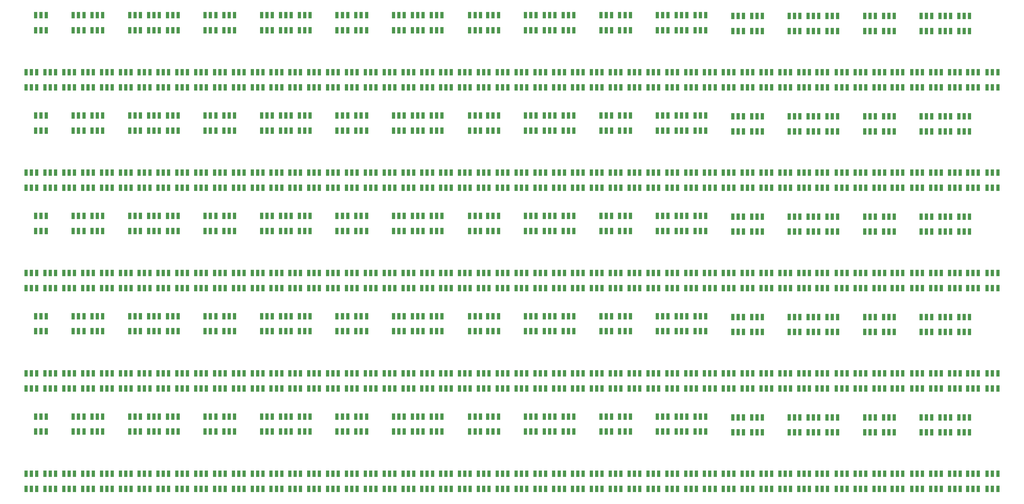
<source format=gbr>
G04 #@! TF.GenerationSoftware,KiCad,Pcbnew,(5.1.5)-3*
G04 #@! TF.CreationDate,2020-04-10T18:57:11+09:00*
G04 #@! TF.ProjectId,APA102_MENZUKE5,41504131-3032-45f4-9d45-4e5a554b4535,rev?*
G04 #@! TF.SameCoordinates,Original*
G04 #@! TF.FileFunction,Paste,Top*
G04 #@! TF.FilePolarity,Positive*
%FSLAX46Y46*%
G04 Gerber Fmt 4.6, Leading zero omitted, Abs format (unit mm)*
G04 Created by KiCad (PCBNEW (5.1.5)-3) date 2020-04-10 18:57:11*
%MOMM*%
%LPD*%
G04 APERTURE LIST*
%ADD10R,1.100000X2.000000*%
G04 APERTURE END LIST*
D10*
X213300000Y-195900000D03*
X215000000Y-195900000D03*
X216700000Y-195900000D03*
X216700000Y-191100000D03*
X215000000Y-191100000D03*
X213300000Y-191100000D03*
X213300000Y-163900000D03*
X215000000Y-163900000D03*
X216700000Y-163900000D03*
X216700000Y-159100000D03*
X215000000Y-159100000D03*
X213300000Y-159100000D03*
X213300000Y-131900000D03*
X215000000Y-131900000D03*
X216700000Y-131900000D03*
X216700000Y-127100000D03*
X215000000Y-127100000D03*
X213300000Y-127100000D03*
X213300000Y-99900000D03*
X215000000Y-99900000D03*
X216700000Y-99900000D03*
X216700000Y-95100000D03*
X215000000Y-95100000D03*
X213300000Y-95100000D03*
X198300000Y-177650000D03*
X200000000Y-177650000D03*
X201700000Y-177650000D03*
X201700000Y-172850000D03*
X200000000Y-172850000D03*
X198300000Y-172850000D03*
X198300000Y-145650000D03*
X200000000Y-145650000D03*
X201700000Y-145650000D03*
X201700000Y-140850000D03*
X200000000Y-140850000D03*
X198300000Y-140850000D03*
X198300000Y-113650000D03*
X200000000Y-113650000D03*
X201700000Y-113650000D03*
X201700000Y-108850000D03*
X200000000Y-108850000D03*
X198300000Y-108850000D03*
X198300000Y-81650000D03*
X200000000Y-81650000D03*
X201700000Y-81650000D03*
X201700000Y-76850000D03*
X200000000Y-76850000D03*
X198300000Y-76850000D03*
X216300000Y-172850000D03*
X218000000Y-172850000D03*
X219700000Y-172850000D03*
X219700000Y-177650000D03*
X218000000Y-177650000D03*
X216300000Y-177650000D03*
X216300000Y-140850000D03*
X218000000Y-140850000D03*
X219700000Y-140850000D03*
X219700000Y-145650000D03*
X218000000Y-145650000D03*
X216300000Y-145650000D03*
X216300000Y-108850000D03*
X218000000Y-108850000D03*
X219700000Y-108850000D03*
X219700000Y-113650000D03*
X218000000Y-113650000D03*
X216300000Y-113650000D03*
X216300000Y-76850000D03*
X218000000Y-76850000D03*
X219700000Y-76850000D03*
X219700000Y-81650000D03*
X218000000Y-81650000D03*
X216300000Y-81650000D03*
X243300000Y-195900000D03*
X245000000Y-195900000D03*
X246700000Y-195900000D03*
X246700000Y-191100000D03*
X245000000Y-191100000D03*
X243300000Y-191100000D03*
X243300000Y-163900000D03*
X245000000Y-163900000D03*
X246700000Y-163900000D03*
X246700000Y-159100000D03*
X245000000Y-159100000D03*
X243300000Y-159100000D03*
X243300000Y-131900000D03*
X245000000Y-131900000D03*
X246700000Y-131900000D03*
X246700000Y-127100000D03*
X245000000Y-127100000D03*
X243300000Y-127100000D03*
X243300000Y-99900000D03*
X245000000Y-99900000D03*
X246700000Y-99900000D03*
X246700000Y-95100000D03*
X245000000Y-95100000D03*
X243300000Y-95100000D03*
X225300000Y-195900000D03*
X227000000Y-195900000D03*
X228700000Y-195900000D03*
X228700000Y-191100000D03*
X227000000Y-191100000D03*
X225300000Y-191100000D03*
X225300000Y-163900000D03*
X227000000Y-163900000D03*
X228700000Y-163900000D03*
X228700000Y-159100000D03*
X227000000Y-159100000D03*
X225300000Y-159100000D03*
X225300000Y-131900000D03*
X227000000Y-131900000D03*
X228700000Y-131900000D03*
X228700000Y-127100000D03*
X227000000Y-127100000D03*
X225300000Y-127100000D03*
X225300000Y-99900000D03*
X227000000Y-99900000D03*
X228700000Y-99900000D03*
X228700000Y-95100000D03*
X227000000Y-95100000D03*
X225300000Y-95100000D03*
X231300000Y-191100000D03*
X233000000Y-191100000D03*
X234700000Y-191100000D03*
X234700000Y-195900000D03*
X233000000Y-195900000D03*
X231300000Y-195900000D03*
X231300000Y-159100000D03*
X233000000Y-159100000D03*
X234700000Y-159100000D03*
X234700000Y-163900000D03*
X233000000Y-163900000D03*
X231300000Y-163900000D03*
X231300000Y-127100000D03*
X233000000Y-127100000D03*
X234700000Y-127100000D03*
X234700000Y-131900000D03*
X233000000Y-131900000D03*
X231300000Y-131900000D03*
X231300000Y-95100000D03*
X233000000Y-95100000D03*
X234700000Y-95100000D03*
X234700000Y-99900000D03*
X233000000Y-99900000D03*
X231300000Y-99900000D03*
X240300000Y-177650000D03*
X242000000Y-177650000D03*
X243700000Y-177650000D03*
X243700000Y-172850000D03*
X242000000Y-172850000D03*
X240300000Y-172850000D03*
X240300000Y-145650000D03*
X242000000Y-145650000D03*
X243700000Y-145650000D03*
X243700000Y-140850000D03*
X242000000Y-140850000D03*
X240300000Y-140850000D03*
X240300000Y-113650000D03*
X242000000Y-113650000D03*
X243700000Y-113650000D03*
X243700000Y-108850000D03*
X242000000Y-108850000D03*
X240300000Y-108850000D03*
X240300000Y-81650000D03*
X242000000Y-81650000D03*
X243700000Y-81650000D03*
X243700000Y-76850000D03*
X242000000Y-76850000D03*
X240300000Y-76850000D03*
X249300000Y-195900000D03*
X251000000Y-195900000D03*
X252700000Y-195900000D03*
X252700000Y-191100000D03*
X251000000Y-191100000D03*
X249300000Y-191100000D03*
X249300000Y-163900000D03*
X251000000Y-163900000D03*
X252700000Y-163900000D03*
X252700000Y-159100000D03*
X251000000Y-159100000D03*
X249300000Y-159100000D03*
X249300000Y-131900000D03*
X251000000Y-131900000D03*
X252700000Y-131900000D03*
X252700000Y-127100000D03*
X251000000Y-127100000D03*
X249300000Y-127100000D03*
X249300000Y-99900000D03*
X251000000Y-99900000D03*
X252700000Y-99900000D03*
X252700000Y-95100000D03*
X251000000Y-95100000D03*
X249300000Y-95100000D03*
X252300000Y-172850000D03*
X254000000Y-172850000D03*
X255700000Y-172850000D03*
X255700000Y-177650000D03*
X254000000Y-177650000D03*
X252300000Y-177650000D03*
X252300000Y-140850000D03*
X254000000Y-140850000D03*
X255700000Y-140850000D03*
X255700000Y-145650000D03*
X254000000Y-145650000D03*
X252300000Y-145650000D03*
X252300000Y-108850000D03*
X254000000Y-108850000D03*
X255700000Y-108850000D03*
X255700000Y-113650000D03*
X254000000Y-113650000D03*
X252300000Y-113650000D03*
X252300000Y-76850000D03*
X254000000Y-76850000D03*
X255700000Y-76850000D03*
X255700000Y-81650000D03*
X254000000Y-81650000D03*
X252300000Y-81650000D03*
X255300000Y-195900000D03*
X257000000Y-195900000D03*
X258700000Y-195900000D03*
X258700000Y-191100000D03*
X257000000Y-191100000D03*
X255300000Y-191100000D03*
X255300000Y-163900000D03*
X257000000Y-163900000D03*
X258700000Y-163900000D03*
X258700000Y-159100000D03*
X257000000Y-159100000D03*
X255300000Y-159100000D03*
X255300000Y-131900000D03*
X257000000Y-131900000D03*
X258700000Y-131900000D03*
X258700000Y-127100000D03*
X257000000Y-127100000D03*
X255300000Y-127100000D03*
X255300000Y-99900000D03*
X257000000Y-99900000D03*
X258700000Y-99900000D03*
X258700000Y-95100000D03*
X257000000Y-95100000D03*
X255300000Y-95100000D03*
X258300000Y-172850000D03*
X260000000Y-172850000D03*
X261700000Y-172850000D03*
X261700000Y-177650000D03*
X260000000Y-177650000D03*
X258300000Y-177650000D03*
X258300000Y-140850000D03*
X260000000Y-140850000D03*
X261700000Y-140850000D03*
X261700000Y-145650000D03*
X260000000Y-145650000D03*
X258300000Y-145650000D03*
X258300000Y-108850000D03*
X260000000Y-108850000D03*
X261700000Y-108850000D03*
X261700000Y-113650000D03*
X260000000Y-113650000D03*
X258300000Y-113650000D03*
X258300000Y-76850000D03*
X260000000Y-76850000D03*
X261700000Y-76850000D03*
X261700000Y-81650000D03*
X260000000Y-81650000D03*
X258300000Y-81650000D03*
X210300000Y-172850000D03*
X212000000Y-172850000D03*
X213700000Y-172850000D03*
X213700000Y-177650000D03*
X212000000Y-177650000D03*
X210300000Y-177650000D03*
X210300000Y-140850000D03*
X212000000Y-140850000D03*
X213700000Y-140850000D03*
X213700000Y-145650000D03*
X212000000Y-145650000D03*
X210300000Y-145650000D03*
X210300000Y-108850000D03*
X212000000Y-108850000D03*
X213700000Y-108850000D03*
X213700000Y-113650000D03*
X212000000Y-113650000D03*
X210300000Y-113650000D03*
X210300000Y-76850000D03*
X212000000Y-76850000D03*
X213700000Y-76850000D03*
X213700000Y-81650000D03*
X212000000Y-81650000D03*
X210300000Y-81650000D03*
X201300000Y-191100000D03*
X203000000Y-191100000D03*
X204700000Y-191100000D03*
X204700000Y-195900000D03*
X203000000Y-195900000D03*
X201300000Y-195900000D03*
X201300000Y-159100000D03*
X203000000Y-159100000D03*
X204700000Y-159100000D03*
X204700000Y-163900000D03*
X203000000Y-163900000D03*
X201300000Y-163900000D03*
X201300000Y-127100000D03*
X203000000Y-127100000D03*
X204700000Y-127100000D03*
X204700000Y-131900000D03*
X203000000Y-131900000D03*
X201300000Y-131900000D03*
X201300000Y-95100000D03*
X203000000Y-95100000D03*
X204700000Y-95100000D03*
X204700000Y-99900000D03*
X203000000Y-99900000D03*
X201300000Y-99900000D03*
X219300000Y-195900000D03*
X221000000Y-195900000D03*
X222700000Y-195900000D03*
X222700000Y-191100000D03*
X221000000Y-191100000D03*
X219300000Y-191100000D03*
X219300000Y-163900000D03*
X221000000Y-163900000D03*
X222700000Y-163900000D03*
X222700000Y-159100000D03*
X221000000Y-159100000D03*
X219300000Y-159100000D03*
X219300000Y-131900000D03*
X221000000Y-131900000D03*
X222700000Y-131900000D03*
X222700000Y-127100000D03*
X221000000Y-127100000D03*
X219300000Y-127100000D03*
X219300000Y-99900000D03*
X221000000Y-99900000D03*
X222700000Y-99900000D03*
X222700000Y-95100000D03*
X221000000Y-95100000D03*
X219300000Y-95100000D03*
X222300000Y-172850000D03*
X224000000Y-172850000D03*
X225700000Y-172850000D03*
X225700000Y-177650000D03*
X224000000Y-177650000D03*
X222300000Y-177650000D03*
X222300000Y-140850000D03*
X224000000Y-140850000D03*
X225700000Y-140850000D03*
X225700000Y-145650000D03*
X224000000Y-145650000D03*
X222300000Y-145650000D03*
X222300000Y-108850000D03*
X224000000Y-108850000D03*
X225700000Y-108850000D03*
X225700000Y-113650000D03*
X224000000Y-113650000D03*
X222300000Y-113650000D03*
X222300000Y-76850000D03*
X224000000Y-76850000D03*
X225700000Y-76850000D03*
X225700000Y-81650000D03*
X224000000Y-81650000D03*
X222300000Y-81650000D03*
X234300000Y-177650000D03*
X236000000Y-177650000D03*
X237700000Y-177650000D03*
X237700000Y-172850000D03*
X236000000Y-172850000D03*
X234300000Y-172850000D03*
X234300000Y-145650000D03*
X236000000Y-145650000D03*
X237700000Y-145650000D03*
X237700000Y-140850000D03*
X236000000Y-140850000D03*
X234300000Y-140850000D03*
X234300000Y-113650000D03*
X236000000Y-113650000D03*
X237700000Y-113650000D03*
X237700000Y-108850000D03*
X236000000Y-108850000D03*
X234300000Y-108850000D03*
X234300000Y-81650000D03*
X236000000Y-81650000D03*
X237700000Y-81650000D03*
X237700000Y-76850000D03*
X236000000Y-76850000D03*
X234300000Y-76850000D03*
X237300000Y-191100000D03*
X239000000Y-191100000D03*
X240700000Y-191100000D03*
X240700000Y-195900000D03*
X239000000Y-195900000D03*
X237300000Y-195900000D03*
X237300000Y-159100000D03*
X239000000Y-159100000D03*
X240700000Y-159100000D03*
X240700000Y-163900000D03*
X239000000Y-163900000D03*
X237300000Y-163900000D03*
X237300000Y-127100000D03*
X239000000Y-127100000D03*
X240700000Y-127100000D03*
X240700000Y-131900000D03*
X239000000Y-131900000D03*
X237300000Y-131900000D03*
X237300000Y-95100000D03*
X239000000Y-95100000D03*
X240700000Y-95100000D03*
X240700000Y-99900000D03*
X239000000Y-99900000D03*
X237300000Y-99900000D03*
X207300000Y-191100000D03*
X209000000Y-191100000D03*
X210700000Y-191100000D03*
X210700000Y-195900000D03*
X209000000Y-195900000D03*
X207300000Y-195900000D03*
X207300000Y-159100000D03*
X209000000Y-159100000D03*
X210700000Y-159100000D03*
X210700000Y-163900000D03*
X209000000Y-163900000D03*
X207300000Y-163900000D03*
X207300000Y-127100000D03*
X209000000Y-127100000D03*
X210700000Y-127100000D03*
X210700000Y-131900000D03*
X209000000Y-131900000D03*
X207300000Y-131900000D03*
X207300000Y-95100000D03*
X209000000Y-95100000D03*
X210700000Y-95100000D03*
X210700000Y-99900000D03*
X209000000Y-99900000D03*
X207300000Y-99900000D03*
X51300000Y-191100000D03*
X53000000Y-191100000D03*
X54700000Y-191100000D03*
X54700000Y-195900000D03*
X53000000Y-195900000D03*
X51300000Y-195900000D03*
X51300000Y-159100000D03*
X53000000Y-159100000D03*
X54700000Y-159100000D03*
X54700000Y-163900000D03*
X53000000Y-163900000D03*
X51300000Y-163900000D03*
X51300000Y-127100000D03*
X53000000Y-127100000D03*
X54700000Y-127100000D03*
X54700000Y-131900000D03*
X53000000Y-131900000D03*
X51300000Y-131900000D03*
X51300000Y-95100000D03*
X53000000Y-95100000D03*
X54700000Y-95100000D03*
X54700000Y-99900000D03*
X53000000Y-99900000D03*
X51300000Y-99900000D03*
X54300000Y-177650000D03*
X56000000Y-177650000D03*
X57700000Y-177650000D03*
X57700000Y-172850000D03*
X56000000Y-172850000D03*
X54300000Y-172850000D03*
X54300000Y-145650000D03*
X56000000Y-145650000D03*
X57700000Y-145650000D03*
X57700000Y-140850000D03*
X56000000Y-140850000D03*
X54300000Y-140850000D03*
X54300000Y-113650000D03*
X56000000Y-113650000D03*
X57700000Y-113650000D03*
X57700000Y-108850000D03*
X56000000Y-108850000D03*
X54300000Y-108850000D03*
X54300000Y-81650000D03*
X56000000Y-81650000D03*
X57700000Y-81650000D03*
X57700000Y-76850000D03*
X56000000Y-76850000D03*
X54300000Y-76850000D03*
X57300000Y-191100000D03*
X59000000Y-191100000D03*
X60700000Y-191100000D03*
X60700000Y-195900000D03*
X59000000Y-195900000D03*
X57300000Y-195900000D03*
X57300000Y-159100000D03*
X59000000Y-159100000D03*
X60700000Y-159100000D03*
X60700000Y-163900000D03*
X59000000Y-163900000D03*
X57300000Y-163900000D03*
X57300000Y-127100000D03*
X59000000Y-127100000D03*
X60700000Y-127100000D03*
X60700000Y-131900000D03*
X59000000Y-131900000D03*
X57300000Y-131900000D03*
X57300000Y-95100000D03*
X59000000Y-95100000D03*
X60700000Y-95100000D03*
X60700000Y-99900000D03*
X59000000Y-99900000D03*
X57300000Y-99900000D03*
X69300000Y-195900000D03*
X71000000Y-195900000D03*
X72700000Y-195900000D03*
X72700000Y-191100000D03*
X71000000Y-191100000D03*
X69300000Y-191100000D03*
X69300000Y-163900000D03*
X71000000Y-163900000D03*
X72700000Y-163900000D03*
X72700000Y-159100000D03*
X71000000Y-159100000D03*
X69300000Y-159100000D03*
X69300000Y-131900000D03*
X71000000Y-131900000D03*
X72700000Y-131900000D03*
X72700000Y-127100000D03*
X71000000Y-127100000D03*
X69300000Y-127100000D03*
X69300000Y-99900000D03*
X71000000Y-99900000D03*
X72700000Y-99900000D03*
X72700000Y-95100000D03*
X71000000Y-95100000D03*
X69300000Y-95100000D03*
X63300000Y-195900000D03*
X65000000Y-195900000D03*
X66700000Y-195900000D03*
X66700000Y-191100000D03*
X65000000Y-191100000D03*
X63300000Y-191100000D03*
X63300000Y-163900000D03*
X65000000Y-163900000D03*
X66700000Y-163900000D03*
X66700000Y-159100000D03*
X65000000Y-159100000D03*
X63300000Y-159100000D03*
X63300000Y-131900000D03*
X65000000Y-131900000D03*
X66700000Y-131900000D03*
X66700000Y-127100000D03*
X65000000Y-127100000D03*
X63300000Y-127100000D03*
X63300000Y-99900000D03*
X65000000Y-99900000D03*
X66700000Y-99900000D03*
X66700000Y-95100000D03*
X65000000Y-95100000D03*
X63300000Y-95100000D03*
X66300000Y-172850000D03*
X68000000Y-172850000D03*
X69700000Y-172850000D03*
X69700000Y-177650000D03*
X68000000Y-177650000D03*
X66300000Y-177650000D03*
X66300000Y-140850000D03*
X68000000Y-140850000D03*
X69700000Y-140850000D03*
X69700000Y-145650000D03*
X68000000Y-145650000D03*
X66300000Y-145650000D03*
X66300000Y-108850000D03*
X68000000Y-108850000D03*
X69700000Y-108850000D03*
X69700000Y-113650000D03*
X68000000Y-113650000D03*
X66300000Y-113650000D03*
X66300000Y-76850000D03*
X68000000Y-76850000D03*
X69700000Y-76850000D03*
X69700000Y-81650000D03*
X68000000Y-81650000D03*
X66300000Y-81650000D03*
X111300000Y-195900000D03*
X113000000Y-195900000D03*
X114700000Y-195900000D03*
X114700000Y-191100000D03*
X113000000Y-191100000D03*
X111300000Y-191100000D03*
X111300000Y-163900000D03*
X113000000Y-163900000D03*
X114700000Y-163900000D03*
X114700000Y-159100000D03*
X113000000Y-159100000D03*
X111300000Y-159100000D03*
X111300000Y-131900000D03*
X113000000Y-131900000D03*
X114700000Y-131900000D03*
X114700000Y-127100000D03*
X113000000Y-127100000D03*
X111300000Y-127100000D03*
X111300000Y-99900000D03*
X113000000Y-99900000D03*
X114700000Y-99900000D03*
X114700000Y-95100000D03*
X113000000Y-95100000D03*
X111300000Y-95100000D03*
X87300000Y-195900000D03*
X89000000Y-195900000D03*
X90700000Y-195900000D03*
X90700000Y-191100000D03*
X89000000Y-191100000D03*
X87300000Y-191100000D03*
X87300000Y-163900000D03*
X89000000Y-163900000D03*
X90700000Y-163900000D03*
X90700000Y-159100000D03*
X89000000Y-159100000D03*
X87300000Y-159100000D03*
X87300000Y-131900000D03*
X89000000Y-131900000D03*
X90700000Y-131900000D03*
X90700000Y-127100000D03*
X89000000Y-127100000D03*
X87300000Y-127100000D03*
X87300000Y-99900000D03*
X89000000Y-99900000D03*
X90700000Y-99900000D03*
X90700000Y-95100000D03*
X89000000Y-95100000D03*
X87300000Y-95100000D03*
X117300000Y-195900000D03*
X119000000Y-195900000D03*
X120700000Y-195900000D03*
X120700000Y-191100000D03*
X119000000Y-191100000D03*
X117300000Y-191100000D03*
X117300000Y-163900000D03*
X119000000Y-163900000D03*
X120700000Y-163900000D03*
X120700000Y-159100000D03*
X119000000Y-159100000D03*
X117300000Y-159100000D03*
X117300000Y-131900000D03*
X119000000Y-131900000D03*
X120700000Y-131900000D03*
X120700000Y-127100000D03*
X119000000Y-127100000D03*
X117300000Y-127100000D03*
X117300000Y-99900000D03*
X119000000Y-99900000D03*
X120700000Y-99900000D03*
X120700000Y-95100000D03*
X119000000Y-95100000D03*
X117300000Y-95100000D03*
X72300000Y-172850000D03*
X74000000Y-172850000D03*
X75700000Y-172850000D03*
X75700000Y-177650000D03*
X74000000Y-177650000D03*
X72300000Y-177650000D03*
X72300000Y-140850000D03*
X74000000Y-140850000D03*
X75700000Y-140850000D03*
X75700000Y-145650000D03*
X74000000Y-145650000D03*
X72300000Y-145650000D03*
X72300000Y-108850000D03*
X74000000Y-108850000D03*
X75700000Y-108850000D03*
X75700000Y-113650000D03*
X74000000Y-113650000D03*
X72300000Y-113650000D03*
X72300000Y-76850000D03*
X74000000Y-76850000D03*
X75700000Y-76850000D03*
X75700000Y-81650000D03*
X74000000Y-81650000D03*
X72300000Y-81650000D03*
X75300000Y-195900000D03*
X77000000Y-195900000D03*
X78700000Y-195900000D03*
X78700000Y-191100000D03*
X77000000Y-191100000D03*
X75300000Y-191100000D03*
X75300000Y-163900000D03*
X77000000Y-163900000D03*
X78700000Y-163900000D03*
X78700000Y-159100000D03*
X77000000Y-159100000D03*
X75300000Y-159100000D03*
X75300000Y-131900000D03*
X77000000Y-131900000D03*
X78700000Y-131900000D03*
X78700000Y-127100000D03*
X77000000Y-127100000D03*
X75300000Y-127100000D03*
X75300000Y-99900000D03*
X77000000Y-99900000D03*
X78700000Y-99900000D03*
X78700000Y-95100000D03*
X77000000Y-95100000D03*
X75300000Y-95100000D03*
X81300000Y-191100000D03*
X83000000Y-191100000D03*
X84700000Y-191100000D03*
X84700000Y-195900000D03*
X83000000Y-195900000D03*
X81300000Y-195900000D03*
X81300000Y-159100000D03*
X83000000Y-159100000D03*
X84700000Y-159100000D03*
X84700000Y-163900000D03*
X83000000Y-163900000D03*
X81300000Y-163900000D03*
X81300000Y-127100000D03*
X83000000Y-127100000D03*
X84700000Y-127100000D03*
X84700000Y-131900000D03*
X83000000Y-131900000D03*
X81300000Y-131900000D03*
X81300000Y-95100000D03*
X83000000Y-95100000D03*
X84700000Y-95100000D03*
X84700000Y-99900000D03*
X83000000Y-99900000D03*
X81300000Y-99900000D03*
X96300000Y-177650000D03*
X98000000Y-177650000D03*
X99700000Y-177650000D03*
X99700000Y-172850000D03*
X98000000Y-172850000D03*
X96300000Y-172850000D03*
X96300000Y-145650000D03*
X98000000Y-145650000D03*
X99700000Y-145650000D03*
X99700000Y-140850000D03*
X98000000Y-140850000D03*
X96300000Y-140850000D03*
X96300000Y-113650000D03*
X98000000Y-113650000D03*
X99700000Y-113650000D03*
X99700000Y-108850000D03*
X98000000Y-108850000D03*
X96300000Y-108850000D03*
X96300000Y-81650000D03*
X98000000Y-81650000D03*
X99700000Y-81650000D03*
X99700000Y-76850000D03*
X98000000Y-76850000D03*
X96300000Y-76850000D03*
X108300000Y-172850000D03*
X110000000Y-172850000D03*
X111700000Y-172850000D03*
X111700000Y-177650000D03*
X110000000Y-177650000D03*
X108300000Y-177650000D03*
X108300000Y-140850000D03*
X110000000Y-140850000D03*
X111700000Y-140850000D03*
X111700000Y-145650000D03*
X110000000Y-145650000D03*
X108300000Y-145650000D03*
X108300000Y-108850000D03*
X110000000Y-108850000D03*
X111700000Y-108850000D03*
X111700000Y-113650000D03*
X110000000Y-113650000D03*
X108300000Y-113650000D03*
X108300000Y-76850000D03*
X110000000Y-76850000D03*
X111700000Y-76850000D03*
X111700000Y-81650000D03*
X110000000Y-81650000D03*
X108300000Y-81650000D03*
X99300000Y-191100000D03*
X101000000Y-191100000D03*
X102700000Y-191100000D03*
X102700000Y-195900000D03*
X101000000Y-195900000D03*
X99300000Y-195900000D03*
X99300000Y-159100000D03*
X101000000Y-159100000D03*
X102700000Y-159100000D03*
X102700000Y-163900000D03*
X101000000Y-163900000D03*
X99300000Y-163900000D03*
X99300000Y-127100000D03*
X101000000Y-127100000D03*
X102700000Y-127100000D03*
X102700000Y-131900000D03*
X101000000Y-131900000D03*
X99300000Y-131900000D03*
X99300000Y-95100000D03*
X101000000Y-95100000D03*
X102700000Y-95100000D03*
X102700000Y-99900000D03*
X101000000Y-99900000D03*
X99300000Y-99900000D03*
X84300000Y-177650000D03*
X86000000Y-177650000D03*
X87700000Y-177650000D03*
X87700000Y-172850000D03*
X86000000Y-172850000D03*
X84300000Y-172850000D03*
X84300000Y-145650000D03*
X86000000Y-145650000D03*
X87700000Y-145650000D03*
X87700000Y-140850000D03*
X86000000Y-140850000D03*
X84300000Y-140850000D03*
X84300000Y-113650000D03*
X86000000Y-113650000D03*
X87700000Y-113650000D03*
X87700000Y-108850000D03*
X86000000Y-108850000D03*
X84300000Y-108850000D03*
X84300000Y-81650000D03*
X86000000Y-81650000D03*
X87700000Y-81650000D03*
X87700000Y-76850000D03*
X86000000Y-76850000D03*
X84300000Y-76850000D03*
X90300000Y-177650000D03*
X92000000Y-177650000D03*
X93700000Y-177650000D03*
X93700000Y-172850000D03*
X92000000Y-172850000D03*
X90300000Y-172850000D03*
X90300000Y-145650000D03*
X92000000Y-145650000D03*
X93700000Y-145650000D03*
X93700000Y-140850000D03*
X92000000Y-140850000D03*
X90300000Y-140850000D03*
X90300000Y-113650000D03*
X92000000Y-113650000D03*
X93700000Y-113650000D03*
X93700000Y-108850000D03*
X92000000Y-108850000D03*
X90300000Y-108850000D03*
X90300000Y-81650000D03*
X92000000Y-81650000D03*
X93700000Y-81650000D03*
X93700000Y-76850000D03*
X92000000Y-76850000D03*
X90300000Y-76850000D03*
X105300000Y-195900000D03*
X107000000Y-195900000D03*
X108700000Y-195900000D03*
X108700000Y-191100000D03*
X107000000Y-191100000D03*
X105300000Y-191100000D03*
X105300000Y-163900000D03*
X107000000Y-163900000D03*
X108700000Y-163900000D03*
X108700000Y-159100000D03*
X107000000Y-159100000D03*
X105300000Y-159100000D03*
X105300000Y-131900000D03*
X107000000Y-131900000D03*
X108700000Y-131900000D03*
X108700000Y-127100000D03*
X107000000Y-127100000D03*
X105300000Y-127100000D03*
X105300000Y-99900000D03*
X107000000Y-99900000D03*
X108700000Y-99900000D03*
X108700000Y-95100000D03*
X107000000Y-95100000D03*
X105300000Y-95100000D03*
X114300000Y-172850000D03*
X116000000Y-172850000D03*
X117700000Y-172850000D03*
X117700000Y-177650000D03*
X116000000Y-177650000D03*
X114300000Y-177650000D03*
X114300000Y-140850000D03*
X116000000Y-140850000D03*
X117700000Y-140850000D03*
X117700000Y-145650000D03*
X116000000Y-145650000D03*
X114300000Y-145650000D03*
X114300000Y-108850000D03*
X116000000Y-108850000D03*
X117700000Y-108850000D03*
X117700000Y-113650000D03*
X116000000Y-113650000D03*
X114300000Y-113650000D03*
X114300000Y-76850000D03*
X116000000Y-76850000D03*
X117700000Y-76850000D03*
X117700000Y-81650000D03*
X116000000Y-81650000D03*
X114300000Y-81650000D03*
X126300000Y-172850000D03*
X128000000Y-172850000D03*
X129700000Y-172850000D03*
X129700000Y-177650000D03*
X128000000Y-177650000D03*
X126300000Y-177650000D03*
X126300000Y-140850000D03*
X128000000Y-140850000D03*
X129700000Y-140850000D03*
X129700000Y-145650000D03*
X128000000Y-145650000D03*
X126300000Y-145650000D03*
X126300000Y-108850000D03*
X128000000Y-108850000D03*
X129700000Y-108850000D03*
X129700000Y-113650000D03*
X128000000Y-113650000D03*
X126300000Y-113650000D03*
X126300000Y-76850000D03*
X128000000Y-76850000D03*
X129700000Y-76850000D03*
X129700000Y-81650000D03*
X128000000Y-81650000D03*
X126300000Y-81650000D03*
X129300000Y-195900000D03*
X131000000Y-195900000D03*
X132700000Y-195900000D03*
X132700000Y-191100000D03*
X131000000Y-191100000D03*
X129300000Y-191100000D03*
X129300000Y-163900000D03*
X131000000Y-163900000D03*
X132700000Y-163900000D03*
X132700000Y-159100000D03*
X131000000Y-159100000D03*
X129300000Y-159100000D03*
X129300000Y-131900000D03*
X131000000Y-131900000D03*
X132700000Y-131900000D03*
X132700000Y-127100000D03*
X131000000Y-127100000D03*
X129300000Y-127100000D03*
X129300000Y-99900000D03*
X131000000Y-99900000D03*
X132700000Y-99900000D03*
X132700000Y-95100000D03*
X131000000Y-95100000D03*
X129300000Y-95100000D03*
X123300000Y-191100000D03*
X125000000Y-191100000D03*
X126700000Y-191100000D03*
X126700000Y-195900000D03*
X125000000Y-195900000D03*
X123300000Y-195900000D03*
X123300000Y-159100000D03*
X125000000Y-159100000D03*
X126700000Y-159100000D03*
X126700000Y-163900000D03*
X125000000Y-163900000D03*
X123300000Y-163900000D03*
X123300000Y-127100000D03*
X125000000Y-127100000D03*
X126700000Y-127100000D03*
X126700000Y-131900000D03*
X125000000Y-131900000D03*
X123300000Y-131900000D03*
X123300000Y-95100000D03*
X125000000Y-95100000D03*
X126700000Y-95100000D03*
X126700000Y-99900000D03*
X125000000Y-99900000D03*
X123300000Y-99900000D03*
X93300000Y-191100000D03*
X95000000Y-191100000D03*
X96700000Y-191100000D03*
X96700000Y-195900000D03*
X95000000Y-195900000D03*
X93300000Y-195900000D03*
X93300000Y-159100000D03*
X95000000Y-159100000D03*
X96700000Y-159100000D03*
X96700000Y-163900000D03*
X95000000Y-163900000D03*
X93300000Y-163900000D03*
X93300000Y-127100000D03*
X95000000Y-127100000D03*
X96700000Y-127100000D03*
X96700000Y-131900000D03*
X95000000Y-131900000D03*
X93300000Y-131900000D03*
X93300000Y-95100000D03*
X95000000Y-95100000D03*
X96700000Y-95100000D03*
X96700000Y-99900000D03*
X95000000Y-99900000D03*
X93300000Y-99900000D03*
X132300000Y-172850000D03*
X134000000Y-172850000D03*
X135700000Y-172850000D03*
X135700000Y-177650000D03*
X134000000Y-177650000D03*
X132300000Y-177650000D03*
X132300000Y-140850000D03*
X134000000Y-140850000D03*
X135700000Y-140850000D03*
X135700000Y-145650000D03*
X134000000Y-145650000D03*
X132300000Y-145650000D03*
X132300000Y-108850000D03*
X134000000Y-108850000D03*
X135700000Y-108850000D03*
X135700000Y-113650000D03*
X134000000Y-113650000D03*
X132300000Y-113650000D03*
X132300000Y-76850000D03*
X134000000Y-76850000D03*
X135700000Y-76850000D03*
X135700000Y-81650000D03*
X134000000Y-81650000D03*
X132300000Y-81650000D03*
X165300000Y-195900000D03*
X167000000Y-195900000D03*
X168700000Y-195900000D03*
X168700000Y-191100000D03*
X167000000Y-191100000D03*
X165300000Y-191100000D03*
X165300000Y-163900000D03*
X167000000Y-163900000D03*
X168700000Y-163900000D03*
X168700000Y-159100000D03*
X167000000Y-159100000D03*
X165300000Y-159100000D03*
X165300000Y-131900000D03*
X167000000Y-131900000D03*
X168700000Y-131900000D03*
X168700000Y-127100000D03*
X167000000Y-127100000D03*
X165300000Y-127100000D03*
X165300000Y-99900000D03*
X167000000Y-99900000D03*
X168700000Y-99900000D03*
X168700000Y-95100000D03*
X167000000Y-95100000D03*
X165300000Y-95100000D03*
X180300000Y-172850000D03*
X182000000Y-172850000D03*
X183700000Y-172850000D03*
X183700000Y-177650000D03*
X182000000Y-177650000D03*
X180300000Y-177650000D03*
X180300000Y-140850000D03*
X182000000Y-140850000D03*
X183700000Y-140850000D03*
X183700000Y-145650000D03*
X182000000Y-145650000D03*
X180300000Y-145650000D03*
X180300000Y-108850000D03*
X182000000Y-108850000D03*
X183700000Y-108850000D03*
X183700000Y-113650000D03*
X182000000Y-113650000D03*
X180300000Y-113650000D03*
X180300000Y-76850000D03*
X182000000Y-76850000D03*
X183700000Y-76850000D03*
X183700000Y-81650000D03*
X182000000Y-81650000D03*
X180300000Y-81650000D03*
X168300000Y-172850000D03*
X170000000Y-172850000D03*
X171700000Y-172850000D03*
X171700000Y-177650000D03*
X170000000Y-177650000D03*
X168300000Y-177650000D03*
X168300000Y-140850000D03*
X170000000Y-140850000D03*
X171700000Y-140850000D03*
X171700000Y-145650000D03*
X170000000Y-145650000D03*
X168300000Y-145650000D03*
X168300000Y-108850000D03*
X170000000Y-108850000D03*
X171700000Y-108850000D03*
X171700000Y-113650000D03*
X170000000Y-113650000D03*
X168300000Y-113650000D03*
X168300000Y-76850000D03*
X170000000Y-76850000D03*
X171700000Y-76850000D03*
X171700000Y-81650000D03*
X170000000Y-81650000D03*
X168300000Y-81650000D03*
X177300000Y-195900000D03*
X179000000Y-195900000D03*
X180700000Y-195900000D03*
X180700000Y-191100000D03*
X179000000Y-191100000D03*
X177300000Y-191100000D03*
X177300000Y-163900000D03*
X179000000Y-163900000D03*
X180700000Y-163900000D03*
X180700000Y-159100000D03*
X179000000Y-159100000D03*
X177300000Y-159100000D03*
X177300000Y-131900000D03*
X179000000Y-131900000D03*
X180700000Y-131900000D03*
X180700000Y-127100000D03*
X179000000Y-127100000D03*
X177300000Y-127100000D03*
X177300000Y-99900000D03*
X179000000Y-99900000D03*
X180700000Y-99900000D03*
X180700000Y-95100000D03*
X179000000Y-95100000D03*
X177300000Y-95100000D03*
X183300000Y-195900000D03*
X185000000Y-195900000D03*
X186700000Y-195900000D03*
X186700000Y-191100000D03*
X185000000Y-191100000D03*
X183300000Y-191100000D03*
X183300000Y-163900000D03*
X185000000Y-163900000D03*
X186700000Y-163900000D03*
X186700000Y-159100000D03*
X185000000Y-159100000D03*
X183300000Y-159100000D03*
X183300000Y-131900000D03*
X185000000Y-131900000D03*
X186700000Y-131900000D03*
X186700000Y-127100000D03*
X185000000Y-127100000D03*
X183300000Y-127100000D03*
X183300000Y-99900000D03*
X185000000Y-99900000D03*
X186700000Y-99900000D03*
X186700000Y-95100000D03*
X185000000Y-95100000D03*
X183300000Y-95100000D03*
X189300000Y-191100000D03*
X191000000Y-191100000D03*
X192700000Y-191100000D03*
X192700000Y-195900000D03*
X191000000Y-195900000D03*
X189300000Y-195900000D03*
X189300000Y-159100000D03*
X191000000Y-159100000D03*
X192700000Y-159100000D03*
X192700000Y-163900000D03*
X191000000Y-163900000D03*
X189300000Y-163900000D03*
X189300000Y-127100000D03*
X191000000Y-127100000D03*
X192700000Y-127100000D03*
X192700000Y-131900000D03*
X191000000Y-131900000D03*
X189300000Y-131900000D03*
X189300000Y-95100000D03*
X191000000Y-95100000D03*
X192700000Y-95100000D03*
X192700000Y-99900000D03*
X191000000Y-99900000D03*
X189300000Y-99900000D03*
X135300000Y-195900000D03*
X137000000Y-195900000D03*
X138700000Y-195900000D03*
X138700000Y-191100000D03*
X137000000Y-191100000D03*
X135300000Y-191100000D03*
X135300000Y-163900000D03*
X137000000Y-163900000D03*
X138700000Y-163900000D03*
X138700000Y-159100000D03*
X137000000Y-159100000D03*
X135300000Y-159100000D03*
X135300000Y-131900000D03*
X137000000Y-131900000D03*
X138700000Y-131900000D03*
X138700000Y-127100000D03*
X137000000Y-127100000D03*
X135300000Y-127100000D03*
X135300000Y-99900000D03*
X137000000Y-99900000D03*
X138700000Y-99900000D03*
X138700000Y-95100000D03*
X137000000Y-95100000D03*
X135300000Y-95100000D03*
X147300000Y-191100000D03*
X149000000Y-191100000D03*
X150700000Y-191100000D03*
X150700000Y-195900000D03*
X149000000Y-195900000D03*
X147300000Y-195900000D03*
X147300000Y-159100000D03*
X149000000Y-159100000D03*
X150700000Y-159100000D03*
X150700000Y-163900000D03*
X149000000Y-163900000D03*
X147300000Y-163900000D03*
X147300000Y-127100000D03*
X149000000Y-127100000D03*
X150700000Y-127100000D03*
X150700000Y-131900000D03*
X149000000Y-131900000D03*
X147300000Y-131900000D03*
X147300000Y-95100000D03*
X149000000Y-95100000D03*
X150700000Y-95100000D03*
X150700000Y-99900000D03*
X149000000Y-99900000D03*
X147300000Y-99900000D03*
X174300000Y-172850000D03*
X176000000Y-172850000D03*
X177700000Y-172850000D03*
X177700000Y-177650000D03*
X176000000Y-177650000D03*
X174300000Y-177650000D03*
X174300000Y-140850000D03*
X176000000Y-140850000D03*
X177700000Y-140850000D03*
X177700000Y-145650000D03*
X176000000Y-145650000D03*
X174300000Y-145650000D03*
X174300000Y-108850000D03*
X176000000Y-108850000D03*
X177700000Y-108850000D03*
X177700000Y-113650000D03*
X176000000Y-113650000D03*
X174300000Y-113650000D03*
X174300000Y-76850000D03*
X176000000Y-76850000D03*
X177700000Y-76850000D03*
X177700000Y-81650000D03*
X176000000Y-81650000D03*
X174300000Y-81650000D03*
X138300000Y-172850000D03*
X140000000Y-172850000D03*
X141700000Y-172850000D03*
X141700000Y-177650000D03*
X140000000Y-177650000D03*
X138300000Y-177650000D03*
X138300000Y-140850000D03*
X140000000Y-140850000D03*
X141700000Y-140850000D03*
X141700000Y-145650000D03*
X140000000Y-145650000D03*
X138300000Y-145650000D03*
X138300000Y-108850000D03*
X140000000Y-108850000D03*
X141700000Y-108850000D03*
X141700000Y-113650000D03*
X140000000Y-113650000D03*
X138300000Y-113650000D03*
X138300000Y-76850000D03*
X140000000Y-76850000D03*
X141700000Y-76850000D03*
X141700000Y-81650000D03*
X140000000Y-81650000D03*
X138300000Y-81650000D03*
X141300000Y-195900000D03*
X143000000Y-195900000D03*
X144700000Y-195900000D03*
X144700000Y-191100000D03*
X143000000Y-191100000D03*
X141300000Y-191100000D03*
X141300000Y-163900000D03*
X143000000Y-163900000D03*
X144700000Y-163900000D03*
X144700000Y-159100000D03*
X143000000Y-159100000D03*
X141300000Y-159100000D03*
X141300000Y-131900000D03*
X143000000Y-131900000D03*
X144700000Y-131900000D03*
X144700000Y-127100000D03*
X143000000Y-127100000D03*
X141300000Y-127100000D03*
X141300000Y-99900000D03*
X143000000Y-99900000D03*
X144700000Y-99900000D03*
X144700000Y-95100000D03*
X143000000Y-95100000D03*
X141300000Y-95100000D03*
X150300000Y-177650000D03*
X152000000Y-177650000D03*
X153700000Y-177650000D03*
X153700000Y-172850000D03*
X152000000Y-172850000D03*
X150300000Y-172850000D03*
X150300000Y-145650000D03*
X152000000Y-145650000D03*
X153700000Y-145650000D03*
X153700000Y-140850000D03*
X152000000Y-140850000D03*
X150300000Y-140850000D03*
X150300000Y-113650000D03*
X152000000Y-113650000D03*
X153700000Y-113650000D03*
X153700000Y-108850000D03*
X152000000Y-108850000D03*
X150300000Y-108850000D03*
X150300000Y-81650000D03*
X152000000Y-81650000D03*
X153700000Y-81650000D03*
X153700000Y-76850000D03*
X152000000Y-76850000D03*
X150300000Y-76850000D03*
X195300000Y-191100000D03*
X197000000Y-191100000D03*
X198700000Y-191100000D03*
X198700000Y-195900000D03*
X197000000Y-195900000D03*
X195300000Y-195900000D03*
X195300000Y-159100000D03*
X197000000Y-159100000D03*
X198700000Y-159100000D03*
X198700000Y-163900000D03*
X197000000Y-163900000D03*
X195300000Y-163900000D03*
X195300000Y-127100000D03*
X197000000Y-127100000D03*
X198700000Y-127100000D03*
X198700000Y-131900000D03*
X197000000Y-131900000D03*
X195300000Y-131900000D03*
X195300000Y-95100000D03*
X197000000Y-95100000D03*
X198700000Y-95100000D03*
X198700000Y-99900000D03*
X197000000Y-99900000D03*
X195300000Y-99900000D03*
X153300000Y-191100000D03*
X155000000Y-191100000D03*
X156700000Y-191100000D03*
X156700000Y-195900000D03*
X155000000Y-195900000D03*
X153300000Y-195900000D03*
X153300000Y-159100000D03*
X155000000Y-159100000D03*
X156700000Y-159100000D03*
X156700000Y-163900000D03*
X155000000Y-163900000D03*
X153300000Y-163900000D03*
X153300000Y-127100000D03*
X155000000Y-127100000D03*
X156700000Y-127100000D03*
X156700000Y-131900000D03*
X155000000Y-131900000D03*
X153300000Y-131900000D03*
X153300000Y-95100000D03*
X155000000Y-95100000D03*
X156700000Y-95100000D03*
X156700000Y-99900000D03*
X155000000Y-99900000D03*
X153300000Y-99900000D03*
X156300000Y-177650000D03*
X158000000Y-177650000D03*
X159700000Y-177650000D03*
X159700000Y-172850000D03*
X158000000Y-172850000D03*
X156300000Y-172850000D03*
X156300000Y-145650000D03*
X158000000Y-145650000D03*
X159700000Y-145650000D03*
X159700000Y-140850000D03*
X158000000Y-140850000D03*
X156300000Y-140850000D03*
X156300000Y-113650000D03*
X158000000Y-113650000D03*
X159700000Y-113650000D03*
X159700000Y-108850000D03*
X158000000Y-108850000D03*
X156300000Y-108850000D03*
X156300000Y-81650000D03*
X158000000Y-81650000D03*
X159700000Y-81650000D03*
X159700000Y-76850000D03*
X158000000Y-76850000D03*
X156300000Y-76850000D03*
X159300000Y-191100000D03*
X161000000Y-191100000D03*
X162700000Y-191100000D03*
X162700000Y-195900000D03*
X161000000Y-195900000D03*
X159300000Y-195900000D03*
X159300000Y-159100000D03*
X161000000Y-159100000D03*
X162700000Y-159100000D03*
X162700000Y-163900000D03*
X161000000Y-163900000D03*
X159300000Y-163900000D03*
X159300000Y-127100000D03*
X161000000Y-127100000D03*
X162700000Y-127100000D03*
X162700000Y-131900000D03*
X161000000Y-131900000D03*
X159300000Y-131900000D03*
X159300000Y-95100000D03*
X161000000Y-95100000D03*
X162700000Y-95100000D03*
X162700000Y-99900000D03*
X161000000Y-99900000D03*
X159300000Y-99900000D03*
X171300000Y-195900000D03*
X173000000Y-195900000D03*
X174700000Y-195900000D03*
X174700000Y-191100000D03*
X173000000Y-191100000D03*
X171300000Y-191100000D03*
X171300000Y-163900000D03*
X173000000Y-163900000D03*
X174700000Y-163900000D03*
X174700000Y-159100000D03*
X173000000Y-159100000D03*
X171300000Y-159100000D03*
X171300000Y-131900000D03*
X173000000Y-131900000D03*
X174700000Y-131900000D03*
X174700000Y-127100000D03*
X173000000Y-127100000D03*
X171300000Y-127100000D03*
X171300000Y-99900000D03*
X173000000Y-99900000D03*
X174700000Y-99900000D03*
X174700000Y-95100000D03*
X173000000Y-95100000D03*
X171300000Y-95100000D03*
X192550000Y-177650000D03*
X194250000Y-177650000D03*
X195950000Y-177650000D03*
X195950000Y-172850000D03*
X194250000Y-172850000D03*
X192550000Y-172850000D03*
X192550000Y-145650000D03*
X194250000Y-145650000D03*
X195950000Y-145650000D03*
X195950000Y-140850000D03*
X194250000Y-140850000D03*
X192550000Y-140850000D03*
X192550000Y-113650000D03*
X194250000Y-113650000D03*
X195950000Y-113650000D03*
X195950000Y-108850000D03*
X194250000Y-108850000D03*
X192550000Y-108850000D03*
X192550000Y-81650000D03*
X194250000Y-81650000D03*
X195950000Y-81650000D03*
X195950000Y-76850000D03*
X194250000Y-76850000D03*
X192550000Y-76850000D03*
X279300000Y-191100000D03*
X281000000Y-191100000D03*
X282700000Y-191100000D03*
X282700000Y-195900000D03*
X281000000Y-195900000D03*
X279300000Y-195900000D03*
X279300000Y-159100000D03*
X281000000Y-159100000D03*
X282700000Y-159100000D03*
X282700000Y-163900000D03*
X281000000Y-163900000D03*
X279300000Y-163900000D03*
X279300000Y-127100000D03*
X281000000Y-127100000D03*
X282700000Y-127100000D03*
X282700000Y-131900000D03*
X281000000Y-131900000D03*
X279300000Y-131900000D03*
X279300000Y-95100000D03*
X281000000Y-95100000D03*
X282700000Y-95100000D03*
X282700000Y-99900000D03*
X281000000Y-99900000D03*
X279300000Y-99900000D03*
X294300000Y-177900000D03*
X296000000Y-177900000D03*
X297700000Y-177900000D03*
X297700000Y-173100000D03*
X296000000Y-173100000D03*
X294300000Y-173100000D03*
X294300000Y-145900000D03*
X296000000Y-145900000D03*
X297700000Y-145900000D03*
X297700000Y-141100000D03*
X296000000Y-141100000D03*
X294300000Y-141100000D03*
X294300000Y-113900000D03*
X296000000Y-113900000D03*
X297700000Y-113900000D03*
X297700000Y-109100000D03*
X296000000Y-109100000D03*
X294300000Y-109100000D03*
X294300000Y-81900000D03*
X296000000Y-81900000D03*
X297700000Y-81900000D03*
X297700000Y-77100000D03*
X296000000Y-77100000D03*
X294300000Y-77100000D03*
X267300000Y-195900000D03*
X269000000Y-195900000D03*
X270700000Y-195900000D03*
X270700000Y-191100000D03*
X269000000Y-191100000D03*
X267300000Y-191100000D03*
X267300000Y-163900000D03*
X269000000Y-163900000D03*
X270700000Y-163900000D03*
X270700000Y-159100000D03*
X269000000Y-159100000D03*
X267300000Y-159100000D03*
X267300000Y-131900000D03*
X269000000Y-131900000D03*
X270700000Y-131900000D03*
X270700000Y-127100000D03*
X269000000Y-127100000D03*
X267300000Y-127100000D03*
X267300000Y-99900000D03*
X269000000Y-99900000D03*
X270700000Y-99900000D03*
X270700000Y-95100000D03*
X269000000Y-95100000D03*
X267300000Y-95100000D03*
X276300000Y-177900000D03*
X278000000Y-177900000D03*
X279700000Y-177900000D03*
X279700000Y-173100000D03*
X278000000Y-173100000D03*
X276300000Y-173100000D03*
X276300000Y-145900000D03*
X278000000Y-145900000D03*
X279700000Y-145900000D03*
X279700000Y-141100000D03*
X278000000Y-141100000D03*
X276300000Y-141100000D03*
X276300000Y-113900000D03*
X278000000Y-113900000D03*
X279700000Y-113900000D03*
X279700000Y-109100000D03*
X278000000Y-109100000D03*
X276300000Y-109100000D03*
X276300000Y-81900000D03*
X278000000Y-81900000D03*
X279700000Y-81900000D03*
X279700000Y-77100000D03*
X278000000Y-77100000D03*
X276300000Y-77100000D03*
X300300000Y-177900000D03*
X302000000Y-177900000D03*
X303700000Y-177900000D03*
X303700000Y-173100000D03*
X302000000Y-173100000D03*
X300300000Y-173100000D03*
X300300000Y-145900000D03*
X302000000Y-145900000D03*
X303700000Y-145900000D03*
X303700000Y-141100000D03*
X302000000Y-141100000D03*
X300300000Y-141100000D03*
X300300000Y-113900000D03*
X302000000Y-113900000D03*
X303700000Y-113900000D03*
X303700000Y-109100000D03*
X302000000Y-109100000D03*
X300300000Y-109100000D03*
X300300000Y-81900000D03*
X302000000Y-81900000D03*
X303700000Y-81900000D03*
X303700000Y-77100000D03*
X302000000Y-77100000D03*
X300300000Y-77100000D03*
X309300000Y-191100000D03*
X311000000Y-191100000D03*
X312700000Y-191100000D03*
X312700000Y-195900000D03*
X311000000Y-195900000D03*
X309300000Y-195900000D03*
X309300000Y-159100000D03*
X311000000Y-159100000D03*
X312700000Y-159100000D03*
X312700000Y-163900000D03*
X311000000Y-163900000D03*
X309300000Y-163900000D03*
X309300000Y-127100000D03*
X311000000Y-127100000D03*
X312700000Y-127100000D03*
X312700000Y-131900000D03*
X311000000Y-131900000D03*
X309300000Y-131900000D03*
X309300000Y-95100000D03*
X311000000Y-95100000D03*
X312700000Y-95100000D03*
X312700000Y-99900000D03*
X311000000Y-99900000D03*
X309300000Y-99900000D03*
X273300000Y-191100000D03*
X275000000Y-191100000D03*
X276700000Y-191100000D03*
X276700000Y-195900000D03*
X275000000Y-195900000D03*
X273300000Y-195900000D03*
X273300000Y-159100000D03*
X275000000Y-159100000D03*
X276700000Y-159100000D03*
X276700000Y-163900000D03*
X275000000Y-163900000D03*
X273300000Y-163900000D03*
X273300000Y-127100000D03*
X275000000Y-127100000D03*
X276700000Y-127100000D03*
X276700000Y-131900000D03*
X275000000Y-131900000D03*
X273300000Y-131900000D03*
X273300000Y-95100000D03*
X275000000Y-95100000D03*
X276700000Y-95100000D03*
X276700000Y-99900000D03*
X275000000Y-99900000D03*
X273300000Y-99900000D03*
X318300000Y-177900000D03*
X320000000Y-177900000D03*
X321700000Y-177900000D03*
X321700000Y-173100000D03*
X320000000Y-173100000D03*
X318300000Y-173100000D03*
X318300000Y-145900000D03*
X320000000Y-145900000D03*
X321700000Y-145900000D03*
X321700000Y-141100000D03*
X320000000Y-141100000D03*
X318300000Y-141100000D03*
X318300000Y-113900000D03*
X320000000Y-113900000D03*
X321700000Y-113900000D03*
X321700000Y-109100000D03*
X320000000Y-109100000D03*
X318300000Y-109100000D03*
X318300000Y-81900000D03*
X320000000Y-81900000D03*
X321700000Y-81900000D03*
X321700000Y-77100000D03*
X320000000Y-77100000D03*
X318300000Y-77100000D03*
X261300000Y-195900000D03*
X263000000Y-195900000D03*
X264700000Y-195900000D03*
X264700000Y-191100000D03*
X263000000Y-191100000D03*
X261300000Y-191100000D03*
X261300000Y-163900000D03*
X263000000Y-163900000D03*
X264700000Y-163900000D03*
X264700000Y-159100000D03*
X263000000Y-159100000D03*
X261300000Y-159100000D03*
X261300000Y-131900000D03*
X263000000Y-131900000D03*
X264700000Y-131900000D03*
X264700000Y-127100000D03*
X263000000Y-127100000D03*
X261300000Y-127100000D03*
X261300000Y-99900000D03*
X263000000Y-99900000D03*
X264700000Y-99900000D03*
X264700000Y-95100000D03*
X263000000Y-95100000D03*
X261300000Y-95100000D03*
X285300000Y-195900000D03*
X287000000Y-195900000D03*
X288700000Y-195900000D03*
X288700000Y-191100000D03*
X287000000Y-191100000D03*
X285300000Y-191100000D03*
X285300000Y-163900000D03*
X287000000Y-163900000D03*
X288700000Y-163900000D03*
X288700000Y-159100000D03*
X287000000Y-159100000D03*
X285300000Y-159100000D03*
X285300000Y-131900000D03*
X287000000Y-131900000D03*
X288700000Y-131900000D03*
X288700000Y-127100000D03*
X287000000Y-127100000D03*
X285300000Y-127100000D03*
X285300000Y-99900000D03*
X287000000Y-99900000D03*
X288700000Y-99900000D03*
X288700000Y-95100000D03*
X287000000Y-95100000D03*
X285300000Y-95100000D03*
X306300000Y-177900000D03*
X308000000Y-177900000D03*
X309700000Y-177900000D03*
X309700000Y-173100000D03*
X308000000Y-173100000D03*
X306300000Y-173100000D03*
X306300000Y-145900000D03*
X308000000Y-145900000D03*
X309700000Y-145900000D03*
X309700000Y-141100000D03*
X308000000Y-141100000D03*
X306300000Y-141100000D03*
X306300000Y-113900000D03*
X308000000Y-113900000D03*
X309700000Y-113900000D03*
X309700000Y-109100000D03*
X308000000Y-109100000D03*
X306300000Y-109100000D03*
X306300000Y-81900000D03*
X308000000Y-81900000D03*
X309700000Y-81900000D03*
X309700000Y-77100000D03*
X308000000Y-77100000D03*
X306300000Y-77100000D03*
X315300000Y-195900000D03*
X317000000Y-195900000D03*
X318700000Y-195900000D03*
X318700000Y-191100000D03*
X317000000Y-191100000D03*
X315300000Y-191100000D03*
X315300000Y-163900000D03*
X317000000Y-163900000D03*
X318700000Y-163900000D03*
X318700000Y-159100000D03*
X317000000Y-159100000D03*
X315300000Y-159100000D03*
X315300000Y-131900000D03*
X317000000Y-131900000D03*
X318700000Y-131900000D03*
X318700000Y-127100000D03*
X317000000Y-127100000D03*
X315300000Y-127100000D03*
X315300000Y-99900000D03*
X317000000Y-99900000D03*
X318700000Y-99900000D03*
X318700000Y-95100000D03*
X317000000Y-95100000D03*
X315300000Y-95100000D03*
X282300000Y-173100000D03*
X284000000Y-173100000D03*
X285700000Y-173100000D03*
X285700000Y-177900000D03*
X284000000Y-177900000D03*
X282300000Y-177900000D03*
X282300000Y-141100000D03*
X284000000Y-141100000D03*
X285700000Y-141100000D03*
X285700000Y-145900000D03*
X284000000Y-145900000D03*
X282300000Y-145900000D03*
X282300000Y-109100000D03*
X284000000Y-109100000D03*
X285700000Y-109100000D03*
X285700000Y-113900000D03*
X284000000Y-113900000D03*
X282300000Y-113900000D03*
X282300000Y-77100000D03*
X284000000Y-77100000D03*
X285700000Y-77100000D03*
X285700000Y-81900000D03*
X284000000Y-81900000D03*
X282300000Y-81900000D03*
X321300000Y-195900000D03*
X323000000Y-195900000D03*
X324700000Y-195900000D03*
X324700000Y-191100000D03*
X323000000Y-191100000D03*
X321300000Y-191100000D03*
X321300000Y-163900000D03*
X323000000Y-163900000D03*
X324700000Y-163900000D03*
X324700000Y-159100000D03*
X323000000Y-159100000D03*
X321300000Y-159100000D03*
X321300000Y-131900000D03*
X323000000Y-131900000D03*
X324700000Y-131900000D03*
X324700000Y-127100000D03*
X323000000Y-127100000D03*
X321300000Y-127100000D03*
X321300000Y-99900000D03*
X323000000Y-99900000D03*
X324700000Y-99900000D03*
X324700000Y-95100000D03*
X323000000Y-95100000D03*
X321300000Y-95100000D03*
X297300000Y-191100000D03*
X299000000Y-191100000D03*
X300700000Y-191100000D03*
X300700000Y-195900000D03*
X299000000Y-195900000D03*
X297300000Y-195900000D03*
X297300000Y-159100000D03*
X299000000Y-159100000D03*
X300700000Y-159100000D03*
X300700000Y-163900000D03*
X299000000Y-163900000D03*
X297300000Y-163900000D03*
X297300000Y-127100000D03*
X299000000Y-127100000D03*
X300700000Y-127100000D03*
X300700000Y-131900000D03*
X299000000Y-131900000D03*
X297300000Y-131900000D03*
X297300000Y-95100000D03*
X299000000Y-95100000D03*
X300700000Y-95100000D03*
X300700000Y-99900000D03*
X299000000Y-99900000D03*
X297300000Y-99900000D03*
X264300000Y-172850000D03*
X266000000Y-172850000D03*
X267700000Y-172850000D03*
X267700000Y-177650000D03*
X266000000Y-177650000D03*
X264300000Y-177650000D03*
X264300000Y-140850000D03*
X266000000Y-140850000D03*
X267700000Y-140850000D03*
X267700000Y-145650000D03*
X266000000Y-145650000D03*
X264300000Y-145650000D03*
X264300000Y-108850000D03*
X266000000Y-108850000D03*
X267700000Y-108850000D03*
X267700000Y-113650000D03*
X266000000Y-113650000D03*
X264300000Y-113650000D03*
X264300000Y-76850000D03*
X266000000Y-76850000D03*
X267700000Y-76850000D03*
X267700000Y-81650000D03*
X266000000Y-81650000D03*
X264300000Y-81650000D03*
X291300000Y-191100000D03*
X293000000Y-191100000D03*
X294700000Y-191100000D03*
X294700000Y-195900000D03*
X293000000Y-195900000D03*
X291300000Y-195900000D03*
X291300000Y-159100000D03*
X293000000Y-159100000D03*
X294700000Y-159100000D03*
X294700000Y-163900000D03*
X293000000Y-163900000D03*
X291300000Y-163900000D03*
X291300000Y-127100000D03*
X293000000Y-127100000D03*
X294700000Y-127100000D03*
X294700000Y-131900000D03*
X293000000Y-131900000D03*
X291300000Y-131900000D03*
X291300000Y-95100000D03*
X293000000Y-95100000D03*
X294700000Y-95100000D03*
X294700000Y-99900000D03*
X293000000Y-99900000D03*
X291300000Y-99900000D03*
X303050000Y-191100000D03*
X304750000Y-191100000D03*
X306450000Y-191100000D03*
X306450000Y-195900000D03*
X304750000Y-195900000D03*
X303050000Y-195900000D03*
X303050000Y-159100000D03*
X304750000Y-159100000D03*
X306450000Y-159100000D03*
X306450000Y-163900000D03*
X304750000Y-163900000D03*
X303050000Y-163900000D03*
X303050000Y-127100000D03*
X304750000Y-127100000D03*
X306450000Y-127100000D03*
X306450000Y-131900000D03*
X304750000Y-131900000D03*
X303050000Y-131900000D03*
X303050000Y-95100000D03*
X304750000Y-95100000D03*
X306450000Y-95100000D03*
X306450000Y-99900000D03*
X304750000Y-99900000D03*
X303050000Y-99900000D03*
X327050000Y-195900000D03*
X328750000Y-195900000D03*
X330450000Y-195900000D03*
X330450000Y-191100000D03*
X328750000Y-191100000D03*
X327050000Y-191100000D03*
X327050000Y-163900000D03*
X328750000Y-163900000D03*
X330450000Y-163900000D03*
X330450000Y-159100000D03*
X328750000Y-159100000D03*
X327050000Y-159100000D03*
X327050000Y-131900000D03*
X328750000Y-131900000D03*
X330450000Y-131900000D03*
X330450000Y-127100000D03*
X328750000Y-127100000D03*
X327050000Y-127100000D03*
X327050000Y-99900000D03*
X328750000Y-99900000D03*
X330450000Y-99900000D03*
X330450000Y-95100000D03*
X328750000Y-95100000D03*
X327050000Y-95100000D03*
X324300000Y-173100000D03*
X326000000Y-173100000D03*
X327700000Y-173100000D03*
X327700000Y-177900000D03*
X326000000Y-177900000D03*
X324300000Y-177900000D03*
X324300000Y-141100000D03*
X326000000Y-141100000D03*
X327700000Y-141100000D03*
X327700000Y-145900000D03*
X326000000Y-145900000D03*
X324300000Y-145900000D03*
X324300000Y-109100000D03*
X326000000Y-109100000D03*
X327700000Y-109100000D03*
X327700000Y-113900000D03*
X326000000Y-113900000D03*
X324300000Y-113900000D03*
X324300000Y-77100000D03*
X326000000Y-77100000D03*
X327700000Y-77100000D03*
X327700000Y-81900000D03*
X326000000Y-81900000D03*
X324300000Y-81900000D03*
X333300000Y-191100000D03*
X335000000Y-191100000D03*
X336700000Y-191100000D03*
X336700000Y-195900000D03*
X335000000Y-195900000D03*
X333300000Y-195900000D03*
X333300000Y-159100000D03*
X335000000Y-159100000D03*
X336700000Y-159100000D03*
X336700000Y-163900000D03*
X335000000Y-163900000D03*
X333300000Y-163900000D03*
X333300000Y-127100000D03*
X335000000Y-127100000D03*
X336700000Y-127100000D03*
X336700000Y-131900000D03*
X335000000Y-131900000D03*
X333300000Y-131900000D03*
X333300000Y-95100000D03*
X335000000Y-95100000D03*
X336700000Y-95100000D03*
X336700000Y-99900000D03*
X335000000Y-99900000D03*
X333300000Y-99900000D03*
X339300000Y-191100000D03*
X341000000Y-191100000D03*
X342700000Y-191100000D03*
X342700000Y-195900000D03*
X341000000Y-195900000D03*
X339300000Y-195900000D03*
X339300000Y-159100000D03*
X341000000Y-159100000D03*
X342700000Y-159100000D03*
X342700000Y-163900000D03*
X341000000Y-163900000D03*
X339300000Y-163900000D03*
X339300000Y-127100000D03*
X341000000Y-127100000D03*
X342700000Y-127100000D03*
X342700000Y-131900000D03*
X341000000Y-131900000D03*
X339300000Y-131900000D03*
X339300000Y-95100000D03*
X341000000Y-95100000D03*
X342700000Y-95100000D03*
X342700000Y-99900000D03*
X341000000Y-99900000D03*
X339300000Y-99900000D03*
X336300000Y-177900000D03*
X338000000Y-177900000D03*
X339700000Y-177900000D03*
X339700000Y-173100000D03*
X338000000Y-173100000D03*
X336300000Y-173100000D03*
X336300000Y-145900000D03*
X338000000Y-145900000D03*
X339700000Y-145900000D03*
X339700000Y-141100000D03*
X338000000Y-141100000D03*
X336300000Y-141100000D03*
X336300000Y-113900000D03*
X338000000Y-113900000D03*
X339700000Y-113900000D03*
X339700000Y-109100000D03*
X338000000Y-109100000D03*
X336300000Y-109100000D03*
X336300000Y-81900000D03*
X338000000Y-81900000D03*
X339700000Y-81900000D03*
X339700000Y-77100000D03*
X338000000Y-77100000D03*
X336300000Y-77100000D03*
X351050000Y-191100000D03*
X352750000Y-191100000D03*
X354450000Y-191100000D03*
X354450000Y-195900000D03*
X352750000Y-195900000D03*
X351050000Y-195900000D03*
X351050000Y-159100000D03*
X352750000Y-159100000D03*
X354450000Y-159100000D03*
X354450000Y-163900000D03*
X352750000Y-163900000D03*
X351050000Y-163900000D03*
X351050000Y-127100000D03*
X352750000Y-127100000D03*
X354450000Y-127100000D03*
X354450000Y-131900000D03*
X352750000Y-131900000D03*
X351050000Y-131900000D03*
X351050000Y-95100000D03*
X352750000Y-95100000D03*
X354450000Y-95100000D03*
X354450000Y-99900000D03*
X352750000Y-99900000D03*
X351050000Y-99900000D03*
X342300000Y-177900000D03*
X344000000Y-177900000D03*
X345700000Y-177900000D03*
X345700000Y-173100000D03*
X344000000Y-173100000D03*
X342300000Y-173100000D03*
X342300000Y-145900000D03*
X344000000Y-145900000D03*
X345700000Y-145900000D03*
X345700000Y-141100000D03*
X344000000Y-141100000D03*
X342300000Y-141100000D03*
X342300000Y-113900000D03*
X344000000Y-113900000D03*
X345700000Y-113900000D03*
X345700000Y-109100000D03*
X344000000Y-109100000D03*
X342300000Y-109100000D03*
X342300000Y-81900000D03*
X344000000Y-81900000D03*
X345700000Y-81900000D03*
X345700000Y-77100000D03*
X344000000Y-77100000D03*
X342300000Y-77100000D03*
X345300000Y-191100000D03*
X347000000Y-191100000D03*
X348700000Y-191100000D03*
X348700000Y-195900000D03*
X347000000Y-195900000D03*
X345300000Y-195900000D03*
X345300000Y-159100000D03*
X347000000Y-159100000D03*
X348700000Y-159100000D03*
X348700000Y-163900000D03*
X347000000Y-163900000D03*
X345300000Y-163900000D03*
X345300000Y-127100000D03*
X347000000Y-127100000D03*
X348700000Y-127100000D03*
X348700000Y-131900000D03*
X347000000Y-131900000D03*
X345300000Y-131900000D03*
X345300000Y-95100000D03*
X347000000Y-95100000D03*
X348700000Y-95100000D03*
X348700000Y-99900000D03*
X347000000Y-99900000D03*
X345300000Y-99900000D03*
X348300000Y-177900000D03*
X350000000Y-177900000D03*
X351700000Y-177900000D03*
X351700000Y-173100000D03*
X350000000Y-173100000D03*
X348300000Y-173100000D03*
X348300000Y-145900000D03*
X350000000Y-145900000D03*
X351700000Y-145900000D03*
X351700000Y-141100000D03*
X350000000Y-141100000D03*
X348300000Y-141100000D03*
X348300000Y-113900000D03*
X350000000Y-113900000D03*
X351700000Y-113900000D03*
X351700000Y-109100000D03*
X350000000Y-109100000D03*
X348300000Y-109100000D03*
X348300000Y-81900000D03*
X350000000Y-81900000D03*
X351700000Y-81900000D03*
X351700000Y-77100000D03*
X350000000Y-77100000D03*
X348300000Y-77100000D03*
X357300000Y-191100000D03*
X359000000Y-191100000D03*
X360700000Y-191100000D03*
X360700000Y-195900000D03*
X359000000Y-195900000D03*
X357300000Y-195900000D03*
X357300000Y-159100000D03*
X359000000Y-159100000D03*
X360700000Y-159100000D03*
X360700000Y-163900000D03*
X359000000Y-163900000D03*
X357300000Y-163900000D03*
X357300000Y-127100000D03*
X359000000Y-127100000D03*
X360700000Y-127100000D03*
X360700000Y-131900000D03*
X359000000Y-131900000D03*
X357300000Y-131900000D03*
X357300000Y-95100000D03*
X359000000Y-95100000D03*
X360700000Y-95100000D03*
X360700000Y-99900000D03*
X359000000Y-99900000D03*
X357300000Y-99900000D03*
X357300000Y-67900000D03*
X359000000Y-67900000D03*
X360700000Y-67900000D03*
X360700000Y-63100000D03*
X359000000Y-63100000D03*
X357300000Y-63100000D03*
X351050000Y-67900000D03*
X352750000Y-67900000D03*
X354450000Y-67900000D03*
X354450000Y-63100000D03*
X352750000Y-63100000D03*
X351050000Y-63100000D03*
X348300000Y-45100000D03*
X350000000Y-45100000D03*
X351700000Y-45100000D03*
X351700000Y-49900000D03*
X350000000Y-49900000D03*
X348300000Y-49900000D03*
X345300000Y-67900000D03*
X347000000Y-67900000D03*
X348700000Y-67900000D03*
X348700000Y-63100000D03*
X347000000Y-63100000D03*
X345300000Y-63100000D03*
X342300000Y-45100000D03*
X344000000Y-45100000D03*
X345700000Y-45100000D03*
X345700000Y-49900000D03*
X344000000Y-49900000D03*
X342300000Y-49900000D03*
X339300000Y-67900000D03*
X341000000Y-67900000D03*
X342700000Y-67900000D03*
X342700000Y-63100000D03*
X341000000Y-63100000D03*
X339300000Y-63100000D03*
X336300000Y-45100000D03*
X338000000Y-45100000D03*
X339700000Y-45100000D03*
X339700000Y-49900000D03*
X338000000Y-49900000D03*
X336300000Y-49900000D03*
X333300000Y-67900000D03*
X335000000Y-67900000D03*
X336700000Y-67900000D03*
X336700000Y-63100000D03*
X335000000Y-63100000D03*
X333300000Y-63100000D03*
X327050000Y-63100000D03*
X328750000Y-63100000D03*
X330450000Y-63100000D03*
X330450000Y-67900000D03*
X328750000Y-67900000D03*
X327050000Y-67900000D03*
X324300000Y-49900000D03*
X326000000Y-49900000D03*
X327700000Y-49900000D03*
X327700000Y-45100000D03*
X326000000Y-45100000D03*
X324300000Y-45100000D03*
X321300000Y-63100000D03*
X323000000Y-63100000D03*
X324700000Y-63100000D03*
X324700000Y-67900000D03*
X323000000Y-67900000D03*
X321300000Y-67900000D03*
X318300000Y-45100000D03*
X320000000Y-45100000D03*
X321700000Y-45100000D03*
X321700000Y-49900000D03*
X320000000Y-49900000D03*
X318300000Y-49900000D03*
X315300000Y-63100000D03*
X317000000Y-63100000D03*
X318700000Y-63100000D03*
X318700000Y-67900000D03*
X317000000Y-67900000D03*
X315300000Y-67900000D03*
X309300000Y-67900000D03*
X311000000Y-67900000D03*
X312700000Y-67900000D03*
X312700000Y-63100000D03*
X311000000Y-63100000D03*
X309300000Y-63100000D03*
X306300000Y-45100000D03*
X308000000Y-45100000D03*
X309700000Y-45100000D03*
X309700000Y-49900000D03*
X308000000Y-49900000D03*
X306300000Y-49900000D03*
X303050000Y-67900000D03*
X304750000Y-67900000D03*
X306450000Y-67900000D03*
X306450000Y-63100000D03*
X304750000Y-63100000D03*
X303050000Y-63100000D03*
X300300000Y-45100000D03*
X302000000Y-45100000D03*
X303700000Y-45100000D03*
X303700000Y-49900000D03*
X302000000Y-49900000D03*
X300300000Y-49900000D03*
X297300000Y-67900000D03*
X299000000Y-67900000D03*
X300700000Y-67900000D03*
X300700000Y-63100000D03*
X299000000Y-63100000D03*
X297300000Y-63100000D03*
X294300000Y-45100000D03*
X296000000Y-45100000D03*
X297700000Y-45100000D03*
X297700000Y-49900000D03*
X296000000Y-49900000D03*
X294300000Y-49900000D03*
X291300000Y-67900000D03*
X293000000Y-67900000D03*
X294700000Y-67900000D03*
X294700000Y-63100000D03*
X293000000Y-63100000D03*
X291300000Y-63100000D03*
X285300000Y-63100000D03*
X287000000Y-63100000D03*
X288700000Y-63100000D03*
X288700000Y-67900000D03*
X287000000Y-67900000D03*
X285300000Y-67900000D03*
X282300000Y-49900000D03*
X284000000Y-49900000D03*
X285700000Y-49900000D03*
X285700000Y-45100000D03*
X284000000Y-45100000D03*
X282300000Y-45100000D03*
X279300000Y-67900000D03*
X281000000Y-67900000D03*
X282700000Y-67900000D03*
X282700000Y-63100000D03*
X281000000Y-63100000D03*
X279300000Y-63100000D03*
X276300000Y-45100000D03*
X278000000Y-45100000D03*
X279700000Y-45100000D03*
X279700000Y-49900000D03*
X278000000Y-49900000D03*
X276300000Y-49900000D03*
X273300000Y-67900000D03*
X275000000Y-67900000D03*
X276700000Y-67900000D03*
X276700000Y-63100000D03*
X275000000Y-63100000D03*
X273300000Y-63100000D03*
X267300000Y-63100000D03*
X269000000Y-63100000D03*
X270700000Y-63100000D03*
X270700000Y-67900000D03*
X269000000Y-67900000D03*
X267300000Y-67900000D03*
X264300000Y-49650000D03*
X266000000Y-49650000D03*
X267700000Y-49650000D03*
X267700000Y-44850000D03*
X266000000Y-44850000D03*
X264300000Y-44850000D03*
X261300000Y-63100000D03*
X263000000Y-63100000D03*
X264700000Y-63100000D03*
X264700000Y-67900000D03*
X263000000Y-67900000D03*
X261300000Y-67900000D03*
X258300000Y-49650000D03*
X260000000Y-49650000D03*
X261700000Y-49650000D03*
X261700000Y-44850000D03*
X260000000Y-44850000D03*
X258300000Y-44850000D03*
X255300000Y-63100000D03*
X257000000Y-63100000D03*
X258700000Y-63100000D03*
X258700000Y-67900000D03*
X257000000Y-67900000D03*
X255300000Y-67900000D03*
X252300000Y-49650000D03*
X254000000Y-49650000D03*
X255700000Y-49650000D03*
X255700000Y-44850000D03*
X254000000Y-44850000D03*
X252300000Y-44850000D03*
X249300000Y-63100000D03*
X251000000Y-63100000D03*
X252700000Y-63100000D03*
X252700000Y-67900000D03*
X251000000Y-67900000D03*
X249300000Y-67900000D03*
X243300000Y-63100000D03*
X245000000Y-63100000D03*
X246700000Y-63100000D03*
X246700000Y-67900000D03*
X245000000Y-67900000D03*
X243300000Y-67900000D03*
X240300000Y-44850000D03*
X242000000Y-44850000D03*
X243700000Y-44850000D03*
X243700000Y-49650000D03*
X242000000Y-49650000D03*
X240300000Y-49650000D03*
X237300000Y-67900000D03*
X239000000Y-67900000D03*
X240700000Y-67900000D03*
X240700000Y-63100000D03*
X239000000Y-63100000D03*
X237300000Y-63100000D03*
X234300000Y-44850000D03*
X236000000Y-44850000D03*
X237700000Y-44850000D03*
X237700000Y-49650000D03*
X236000000Y-49650000D03*
X234300000Y-49650000D03*
X231300000Y-67900000D03*
X233000000Y-67900000D03*
X234700000Y-67900000D03*
X234700000Y-63100000D03*
X233000000Y-63100000D03*
X231300000Y-63100000D03*
X225300000Y-63100000D03*
X227000000Y-63100000D03*
X228700000Y-63100000D03*
X228700000Y-67900000D03*
X227000000Y-67900000D03*
X225300000Y-67900000D03*
X222300000Y-49650000D03*
X224000000Y-49650000D03*
X225700000Y-49650000D03*
X225700000Y-44850000D03*
X224000000Y-44850000D03*
X222300000Y-44850000D03*
X219300000Y-63100000D03*
X221000000Y-63100000D03*
X222700000Y-63100000D03*
X222700000Y-67900000D03*
X221000000Y-67900000D03*
X219300000Y-67900000D03*
X216300000Y-49650000D03*
X218000000Y-49650000D03*
X219700000Y-49650000D03*
X219700000Y-44850000D03*
X218000000Y-44850000D03*
X216300000Y-44850000D03*
X213300000Y-63100000D03*
X215000000Y-63100000D03*
X216700000Y-63100000D03*
X216700000Y-67900000D03*
X215000000Y-67900000D03*
X213300000Y-67900000D03*
X210300000Y-49650000D03*
X212000000Y-49650000D03*
X213700000Y-49650000D03*
X213700000Y-44850000D03*
X212000000Y-44850000D03*
X210300000Y-44850000D03*
X207300000Y-67900000D03*
X209000000Y-67900000D03*
X210700000Y-67900000D03*
X210700000Y-63100000D03*
X209000000Y-63100000D03*
X207300000Y-63100000D03*
X201300000Y-67900000D03*
X203000000Y-67900000D03*
X204700000Y-67900000D03*
X204700000Y-63100000D03*
X203000000Y-63100000D03*
X201300000Y-63100000D03*
X198300000Y-44850000D03*
X200000000Y-44850000D03*
X201700000Y-44850000D03*
X201700000Y-49650000D03*
X200000000Y-49650000D03*
X198300000Y-49650000D03*
X195300000Y-67900000D03*
X197000000Y-67900000D03*
X198700000Y-67900000D03*
X198700000Y-63100000D03*
X197000000Y-63100000D03*
X195300000Y-63100000D03*
X192550000Y-44850000D03*
X194250000Y-44850000D03*
X195950000Y-44850000D03*
X195950000Y-49650000D03*
X194250000Y-49650000D03*
X192550000Y-49650000D03*
X189300000Y-67900000D03*
X191000000Y-67900000D03*
X192700000Y-67900000D03*
X192700000Y-63100000D03*
X191000000Y-63100000D03*
X189300000Y-63100000D03*
X183300000Y-63100000D03*
X185000000Y-63100000D03*
X186700000Y-63100000D03*
X186700000Y-67900000D03*
X185000000Y-67900000D03*
X183300000Y-67900000D03*
X180300000Y-49650000D03*
X182000000Y-49650000D03*
X183700000Y-49650000D03*
X183700000Y-44850000D03*
X182000000Y-44850000D03*
X180300000Y-44850000D03*
X177300000Y-63100000D03*
X179000000Y-63100000D03*
X180700000Y-63100000D03*
X180700000Y-67900000D03*
X179000000Y-67900000D03*
X177300000Y-67900000D03*
X174300000Y-49650000D03*
X176000000Y-49650000D03*
X177700000Y-49650000D03*
X177700000Y-44850000D03*
X176000000Y-44850000D03*
X174300000Y-44850000D03*
X171300000Y-63100000D03*
X173000000Y-63100000D03*
X174700000Y-63100000D03*
X174700000Y-67900000D03*
X173000000Y-67900000D03*
X171300000Y-67900000D03*
X168300000Y-49650000D03*
X170000000Y-49650000D03*
X171700000Y-49650000D03*
X171700000Y-44850000D03*
X170000000Y-44850000D03*
X168300000Y-44850000D03*
X165300000Y-63100000D03*
X167000000Y-63100000D03*
X168700000Y-63100000D03*
X168700000Y-67900000D03*
X167000000Y-67900000D03*
X165300000Y-67900000D03*
X159300000Y-67900000D03*
X161000000Y-67900000D03*
X162700000Y-67900000D03*
X162700000Y-63100000D03*
X161000000Y-63100000D03*
X159300000Y-63100000D03*
X156300000Y-44850000D03*
X158000000Y-44850000D03*
X159700000Y-44850000D03*
X159700000Y-49650000D03*
X158000000Y-49650000D03*
X156300000Y-49650000D03*
X153300000Y-67900000D03*
X155000000Y-67900000D03*
X156700000Y-67900000D03*
X156700000Y-63100000D03*
X155000000Y-63100000D03*
X153300000Y-63100000D03*
X150300000Y-44850000D03*
X152000000Y-44850000D03*
X153700000Y-44850000D03*
X153700000Y-49650000D03*
X152000000Y-49650000D03*
X150300000Y-49650000D03*
X147300000Y-67900000D03*
X149000000Y-67900000D03*
X150700000Y-67900000D03*
X150700000Y-63100000D03*
X149000000Y-63100000D03*
X147300000Y-63100000D03*
X141300000Y-63100000D03*
X143000000Y-63100000D03*
X144700000Y-63100000D03*
X144700000Y-67900000D03*
X143000000Y-67900000D03*
X141300000Y-67900000D03*
X138300000Y-49650000D03*
X140000000Y-49650000D03*
X141700000Y-49650000D03*
X141700000Y-44850000D03*
X140000000Y-44850000D03*
X138300000Y-44850000D03*
X135300000Y-63100000D03*
X137000000Y-63100000D03*
X138700000Y-63100000D03*
X138700000Y-67900000D03*
X137000000Y-67900000D03*
X135300000Y-67900000D03*
X132300000Y-49650000D03*
X134000000Y-49650000D03*
X135700000Y-49650000D03*
X135700000Y-44850000D03*
X134000000Y-44850000D03*
X132300000Y-44850000D03*
X129300000Y-63100000D03*
X131000000Y-63100000D03*
X132700000Y-63100000D03*
X132700000Y-67900000D03*
X131000000Y-67900000D03*
X129300000Y-67900000D03*
X126300000Y-49650000D03*
X128000000Y-49650000D03*
X129700000Y-49650000D03*
X129700000Y-44850000D03*
X128000000Y-44850000D03*
X126300000Y-44850000D03*
X123300000Y-67900000D03*
X125000000Y-67900000D03*
X126700000Y-67900000D03*
X126700000Y-63100000D03*
X125000000Y-63100000D03*
X123300000Y-63100000D03*
X117300000Y-63100000D03*
X119000000Y-63100000D03*
X120700000Y-63100000D03*
X120700000Y-67900000D03*
X119000000Y-67900000D03*
X117300000Y-67900000D03*
X114300000Y-49650000D03*
X116000000Y-49650000D03*
X117700000Y-49650000D03*
X117700000Y-44850000D03*
X116000000Y-44850000D03*
X114300000Y-44850000D03*
X111300000Y-63100000D03*
X113000000Y-63100000D03*
X114700000Y-63100000D03*
X114700000Y-67900000D03*
X113000000Y-67900000D03*
X111300000Y-67900000D03*
X108300000Y-49650000D03*
X110000000Y-49650000D03*
X111700000Y-49650000D03*
X111700000Y-44850000D03*
X110000000Y-44850000D03*
X108300000Y-44850000D03*
X105300000Y-63100000D03*
X107000000Y-63100000D03*
X108700000Y-63100000D03*
X108700000Y-67900000D03*
X107000000Y-67900000D03*
X105300000Y-67900000D03*
X99300000Y-67900000D03*
X101000000Y-67900000D03*
X102700000Y-67900000D03*
X102700000Y-63100000D03*
X101000000Y-63100000D03*
X99300000Y-63100000D03*
X96300000Y-44850000D03*
X98000000Y-44850000D03*
X99700000Y-44850000D03*
X99700000Y-49650000D03*
X98000000Y-49650000D03*
X96300000Y-49650000D03*
X93300000Y-67900000D03*
X95000000Y-67900000D03*
X96700000Y-67900000D03*
X96700000Y-63100000D03*
X95000000Y-63100000D03*
X93300000Y-63100000D03*
X90300000Y-44850000D03*
X92000000Y-44850000D03*
X93700000Y-44850000D03*
X93700000Y-49650000D03*
X92000000Y-49650000D03*
X90300000Y-49650000D03*
X87300000Y-63100000D03*
X89000000Y-63100000D03*
X90700000Y-63100000D03*
X90700000Y-67900000D03*
X89000000Y-67900000D03*
X87300000Y-67900000D03*
X84300000Y-44850000D03*
X86000000Y-44850000D03*
X87700000Y-44850000D03*
X87700000Y-49650000D03*
X86000000Y-49650000D03*
X84300000Y-49650000D03*
X81300000Y-67900000D03*
X83000000Y-67900000D03*
X84700000Y-67900000D03*
X84700000Y-63100000D03*
X83000000Y-63100000D03*
X81300000Y-63100000D03*
X75300000Y-63100000D03*
X77000000Y-63100000D03*
X78700000Y-63100000D03*
X78700000Y-67900000D03*
X77000000Y-67900000D03*
X75300000Y-67900000D03*
X72300000Y-49650000D03*
X74000000Y-49650000D03*
X75700000Y-49650000D03*
X75700000Y-44850000D03*
X74000000Y-44850000D03*
X72300000Y-44850000D03*
X69300000Y-63100000D03*
X71000000Y-63100000D03*
X72700000Y-63100000D03*
X72700000Y-67900000D03*
X71000000Y-67900000D03*
X69300000Y-67900000D03*
X66300000Y-49650000D03*
X68000000Y-49650000D03*
X69700000Y-49650000D03*
X69700000Y-44850000D03*
X68000000Y-44850000D03*
X66300000Y-44850000D03*
X63300000Y-63100000D03*
X65000000Y-63100000D03*
X66700000Y-63100000D03*
X66700000Y-67900000D03*
X65000000Y-67900000D03*
X63300000Y-67900000D03*
X57300000Y-67900000D03*
X59000000Y-67900000D03*
X60700000Y-67900000D03*
X60700000Y-63100000D03*
X59000000Y-63100000D03*
X57300000Y-63100000D03*
X54300000Y-44850000D03*
X56000000Y-44850000D03*
X57700000Y-44850000D03*
X57700000Y-49650000D03*
X56000000Y-49650000D03*
X54300000Y-49650000D03*
X51300000Y-67900000D03*
X53000000Y-67900000D03*
X54700000Y-67900000D03*
X54700000Y-63100000D03*
X53000000Y-63100000D03*
X51300000Y-63100000D03*
M02*

</source>
